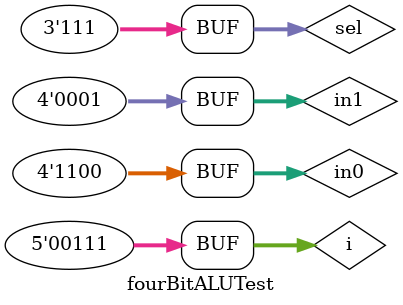
<source format=v>
module fourBitALUTest;
	reg [3:0]in0, in1;
	reg [2:0]sel;
	reg [4:0]i;
	
	wire[3:0]out;
	
	fourBitALU ALU0(in0, in1, sel, out);
	
	initial begin
		in0=4'b1100;
		in1=4'b0001;
		sel=3'd0;
		for(i=5'd0; i<7; i=i+1)begin
			#1 sel=sel+1;
		end
	end
	
	initial begin
		$monitor("in0=%b, in1=%b, out=%b, sel=%b", in0, in1, out, sel);
	end
	
endmodule
</source>
